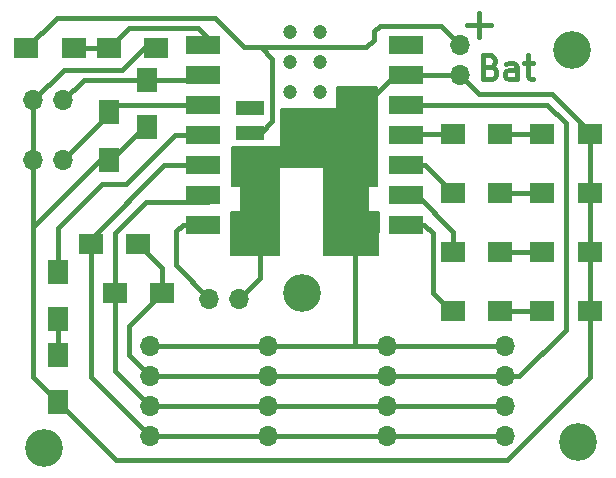
<source format=gbr>
%TF.GenerationSoftware,KiCad,Pcbnew,7.0.1*%
%TF.CreationDate,2023-04-10T02:20:08+01:00*%
%TF.ProjectId,FinalProject_Motherboard_ESP32-Xiao,46696e61-6c50-4726-9f6a-6563745f4d6f,rev?*%
%TF.SameCoordinates,Original*%
%TF.FileFunction,Copper,L1,Top*%
%TF.FilePolarity,Positive*%
%FSLAX46Y46*%
G04 Gerber Fmt 4.6, Leading zero omitted, Abs format (unit mm)*
G04 Created by KiCad (PCBNEW 7.0.1) date 2023-04-10 02:20:08*
%MOMM*%
%LPD*%
G01*
G04 APERTURE LIST*
%TA.AperFunction,NonConductor*%
%ADD10C,0.400000*%
%TD*%
%ADD11C,0.400000*%
%TA.AperFunction,NonConductor*%
%ADD12C,0.200000*%
%TD*%
%TA.AperFunction,SMDPad,CuDef*%
%ADD13R,2.000000X1.700000*%
%TD*%
%TA.AperFunction,ComponentPad*%
%ADD14C,3.200000*%
%TD*%
%TA.AperFunction,ComponentPad*%
%ADD15O,1.700000X1.700000*%
%TD*%
%TA.AperFunction,SMDPad,CuDef*%
%ADD16R,1.700000X2.000000*%
%TD*%
%TA.AperFunction,SMDPad,CuDef*%
%ADD17R,3.000000X1.600000*%
%TD*%
%TA.AperFunction,SMDPad,CuDef*%
%ADD18R,2.400000X1.200000*%
%TD*%
%TA.AperFunction,SMDPad,CuDef*%
%ADD19C,1.200000*%
%TD*%
%TA.AperFunction,SMDPad,CuDef*%
%ADD20R,3.000000X3.000000*%
%TD*%
%TA.AperFunction,Conductor*%
%ADD21C,0.400000*%
%TD*%
G04 APERTURE END LIST*
D10*
X149330000Y-58460000D02*
X149330000Y-56460000D01*
X148330000Y-57460000D02*
X150330000Y-57460000D01*
D11*
D10*
X150302857Y-60977619D02*
X150588571Y-61072857D01*
X150588571Y-61072857D02*
X150683809Y-61168095D01*
X150683809Y-61168095D02*
X150779047Y-61358571D01*
X150779047Y-61358571D02*
X150779047Y-61644285D01*
X150779047Y-61644285D02*
X150683809Y-61834761D01*
X150683809Y-61834761D02*
X150588571Y-61930000D01*
X150588571Y-61930000D02*
X150398095Y-62025238D01*
X150398095Y-62025238D02*
X149636190Y-62025238D01*
X149636190Y-62025238D02*
X149636190Y-60025238D01*
X149636190Y-60025238D02*
X150302857Y-60025238D01*
X150302857Y-60025238D02*
X150493333Y-60120476D01*
X150493333Y-60120476D02*
X150588571Y-60215714D01*
X150588571Y-60215714D02*
X150683809Y-60406190D01*
X150683809Y-60406190D02*
X150683809Y-60596666D01*
X150683809Y-60596666D02*
X150588571Y-60787142D01*
X150588571Y-60787142D02*
X150493333Y-60882380D01*
X150493333Y-60882380D02*
X150302857Y-60977619D01*
X150302857Y-60977619D02*
X149636190Y-60977619D01*
X152493333Y-62025238D02*
X152493333Y-60977619D01*
X152493333Y-60977619D02*
X152398095Y-60787142D01*
X152398095Y-60787142D02*
X152207619Y-60691904D01*
X152207619Y-60691904D02*
X151826666Y-60691904D01*
X151826666Y-60691904D02*
X151636190Y-60787142D01*
X152493333Y-61930000D02*
X152302857Y-62025238D01*
X152302857Y-62025238D02*
X151826666Y-62025238D01*
X151826666Y-62025238D02*
X151636190Y-61930000D01*
X151636190Y-61930000D02*
X151540952Y-61739523D01*
X151540952Y-61739523D02*
X151540952Y-61549047D01*
X151540952Y-61549047D02*
X151636190Y-61358571D01*
X151636190Y-61358571D02*
X151826666Y-61263333D01*
X151826666Y-61263333D02*
X152302857Y-61263333D01*
X152302857Y-61263333D02*
X152493333Y-61168095D01*
X153160000Y-60691904D02*
X153921904Y-60691904D01*
X153445714Y-60025238D02*
X153445714Y-61739523D01*
X153445714Y-61739523D02*
X153540952Y-61930000D01*
X153540952Y-61930000D02*
X153731428Y-62025238D01*
X153731428Y-62025238D02*
X153921904Y-62025238D01*
D12*
X140710000Y-71060000D02*
X139945000Y-71060000D01*
X139945000Y-73260000D01*
X140810000Y-73260000D01*
X140800000Y-76930000D01*
X136155000Y-76930000D01*
X136170000Y-69460000D01*
X132400000Y-69450000D01*
X132405000Y-76930000D01*
X128290000Y-76930000D01*
X128290000Y-73260000D01*
X129145000Y-73260000D01*
X129145000Y-71060000D01*
X128370000Y-71060000D01*
X128380000Y-67740000D01*
X132510000Y-67740000D01*
X132510000Y-64550000D01*
X137310000Y-64550000D01*
X137310000Y-62690000D01*
X140710000Y-62690000D01*
X140710000Y-71060000D01*
%TA.AperFunction,NonConductor*%
G36*
X140710000Y-71060000D02*
G01*
X139945000Y-71060000D01*
X139945000Y-73260000D01*
X140810000Y-73260000D01*
X140800000Y-76930000D01*
X136155000Y-76930000D01*
X136170000Y-69460000D01*
X132400000Y-69450000D01*
X132405000Y-76930000D01*
X128290000Y-76930000D01*
X128290000Y-73260000D01*
X129145000Y-73260000D01*
X129145000Y-71060000D01*
X128370000Y-71060000D01*
X128380000Y-67740000D01*
X132510000Y-67740000D01*
X132510000Y-64550000D01*
X137310000Y-64550000D01*
X137310000Y-62690000D01*
X140710000Y-62690000D01*
X140710000Y-71060000D01*
G37*
%TD.AperFunction*%
D13*
%TO.P,R_Led5,1*%
%TO.N,/Led5*%
X147130000Y-66690000D03*
%TO.P,R_Led5,2*%
%TO.N,Net-(Led5-A)*%
X151130000Y-66690000D03*
%TD*%
%TO.P,R_Led3,1*%
%TO.N,/Led3*%
X147130000Y-76685000D03*
%TO.P,R_Led3,2*%
%TO.N,Net-(Led3-A)*%
X151130000Y-76685000D03*
%TD*%
D14*
%TO.P,REF\u002A\u002A,*%
%TO.N,*%
X112450000Y-93240000D03*
%TD*%
D15*
%TO.P,Conn_Buzzer1,1,Pin_1*%
%TO.N,/Buzzer*%
X126490000Y-80610000D03*
%TO.P,Conn_Buzzer1,2,Pin_2*%
%TO.N,PWR_GND*%
X129030000Y-80610000D03*
%TD*%
D16*
%TO.P,Led1,1,K*%
%TO.N,PWR_GND*%
X113670000Y-89360000D03*
%TO.P,Led1,2,A*%
%TO.N,Net-(Led1-A)*%
X113670000Y-85360000D03*
%TD*%
D13*
%TO.P,Led4,1,K*%
%TO.N,PWR_GND*%
X158680000Y-71672500D03*
%TO.P,Led4,2,A*%
%TO.N,Net-(Led4-A)*%
X154680000Y-71672500D03*
%TD*%
%TO.P,R_Battery+1,1*%
%TO.N,/BatteryCharge*%
X115000000Y-59420000D03*
%TO.P,R_Battery+1,2*%
%TO.N,/Battery+*%
X111000000Y-59420000D03*
%TD*%
D14*
%TO.P,REF\u002A\u002A,*%
%TO.N,*%
X157190000Y-59570000D03*
%TD*%
D15*
%TO.P,I2C_3,1,Pin_1*%
%TO.N,/SDA*%
X131490000Y-92280000D03*
%TO.P,I2C_3,2,Pin_2*%
%TO.N,/SCL*%
X131490000Y-89740000D03*
%TO.P,I2C_3,3,Pin_3*%
%TO.N,/3.3V*%
X131490000Y-87200000D03*
%TO.P,I2C_3,4,Pin_4*%
%TO.N,PWR_GND*%
X131490000Y-84660000D03*
%TD*%
D13*
%TO.P,Led5,1,K*%
%TO.N,PWR_GND*%
X158680000Y-66670000D03*
%TO.P,Led5,2,A*%
%TO.N,Net-(Led5-A)*%
X154680000Y-66670000D03*
%TD*%
%TO.P,SDA_PullUp1,1*%
%TO.N,/SDA*%
X116430000Y-75980000D03*
%TO.P,SDA_PullUp1,2*%
%TO.N,/3.3V*%
X120430000Y-75980000D03*
%TD*%
%TO.P,SCL_PullUp1,1*%
%TO.N,/3.3V*%
X122510000Y-80180000D03*
%TO.P,SCL_PullUp1,2*%
%TO.N,/SCL*%
X118510000Y-80180000D03*
%TD*%
D15*
%TO.P,Conn_Battery1,1,Pin_1*%
%TO.N,/Battery+*%
X147665000Y-59140000D03*
%TO.P,Conn_Battery1,2,Pin_2*%
%TO.N,PWR_GND*%
X147665000Y-61680000D03*
%TD*%
D13*
%TO.P,R_Led2,1*%
%TO.N,/Led2*%
X147130000Y-81685000D03*
%TO.P,R_Led2,2*%
%TO.N,Net-(Led2-A)*%
X151130000Y-81685000D03*
%TD*%
%TO.P,R_Battery-1,1*%
%TO.N,/BatteryCharge*%
X118000000Y-59420000D03*
%TO.P,R_Battery-1,2*%
%TO.N,PWR_GND*%
X122000000Y-59420000D03*
%TD*%
%TO.P,Led3,1,K*%
%TO.N,PWR_GND*%
X158680000Y-76675000D03*
%TO.P,Led3,2,A*%
%TO.N,Net-(Led3-A)*%
X154680000Y-76675000D03*
%TD*%
D16*
%TO.P,Button1PullDown2,1*%
%TO.N,/Remote_2*%
X117990000Y-64850000D03*
%TO.P,Button1PullDown2,2*%
%TO.N,PWR_GND*%
X117990000Y-68850000D03*
%TD*%
D15*
%TO.P,I2C_2,1,Pin_1*%
%TO.N,/SDA*%
X141490000Y-92280000D03*
%TO.P,I2C_2,2,Pin_2*%
%TO.N,/SCL*%
X141490000Y-89740000D03*
%TO.P,I2C_2,3,Pin_3*%
%TO.N,/3.3V*%
X141490000Y-87200000D03*
%TO.P,I2C_2,4,Pin_4*%
%TO.N,PWR_GND*%
X141490000Y-84660000D03*
%TD*%
%TO.P,I2C_4,1,Pin_1*%
%TO.N,/SDA*%
X121490000Y-92280000D03*
%TO.P,I2C_4,2,Pin_2*%
%TO.N,/SCL*%
X121490000Y-89740000D03*
%TO.P,I2C_4,3,Pin_3*%
%TO.N,/3.3V*%
X121490000Y-87200000D03*
%TO.P,I2C_4,4,Pin_4*%
%TO.N,PWR_GND*%
X121490000Y-84660000D03*
%TD*%
D16*
%TO.P,R_Led1,1*%
%TO.N,/Led1*%
X113670000Y-78330000D03*
%TO.P,R_Led1,2*%
%TO.N,Net-(Led1-A)*%
X113670000Y-82330000D03*
%TD*%
D14*
%TO.P,REF\u002A\u002A,*%
%TO.N,*%
X134290000Y-80140000D03*
%TD*%
D13*
%TO.P,R_Led4,1*%
%TO.N,/Led4*%
X147130000Y-71687500D03*
%TO.P,R_Led4,2*%
%TO.N,Net-(Led4-A)*%
X151130000Y-71687500D03*
%TD*%
%TO.P,Led2,1,K*%
%TO.N,PWR_GND*%
X158680000Y-81680000D03*
%TO.P,Led2,2,A*%
%TO.N,Net-(Led2-A)*%
X154680000Y-81680000D03*
%TD*%
D15*
%TO.P,Button_Remote2,1,Pin_1*%
%TO.N,/Remote_2*%
X114120000Y-68840000D03*
%TO.P,Button_Remote2,2,Pin_2*%
%TO.N,PWR_GND*%
X111580000Y-68840000D03*
%TD*%
D14*
%TO.P,REF\u002A\u002A,*%
%TO.N,*%
X157710000Y-92750000D03*
%TD*%
D15*
%TO.P,I2C_1,1,Pin_1*%
%TO.N,/SDA*%
X151490000Y-92280000D03*
%TO.P,I2C_1,2,Pin_2*%
%TO.N,/SCL*%
X151490000Y-89740000D03*
%TO.P,I2C_1,3,Pin_3*%
%TO.N,/3.3V*%
X151490000Y-87200000D03*
%TO.P,I2C_1,4,Pin_4*%
%TO.N,PWR_GND*%
X151490000Y-84660000D03*
%TD*%
D16*
%TO.P,Button1PullDown1,1*%
%TO.N,/Remote_1*%
X121170000Y-62080000D03*
%TO.P,Button1PullDown1,2*%
%TO.N,PWR_GND*%
X121170000Y-66080000D03*
%TD*%
D17*
%TO.P,M1,1,D0*%
%TO.N,/BatteryCharge*%
X125930000Y-59140000D03*
%TO.P,M1,2,D1*%
%TO.N,/Remote_1*%
X125930000Y-61680000D03*
%TO.P,M1,3,D2*%
%TO.N,/Remote_2*%
X125930000Y-64220000D03*
%TO.P,M1,4,D3*%
%TO.N,/Led1*%
X125930000Y-66760000D03*
%TO.P,M1,5,D4*%
%TO.N,/SDA*%
X125930000Y-69300000D03*
%TO.P,M1,6,D5*%
%TO.N,/SCL*%
X125930000Y-71840000D03*
%TO.P,M1,7,D6*%
%TO.N,/Buzzer*%
X125930000Y-74380000D03*
%TO.P,M1,8,D7*%
%TO.N,/Led2*%
X143165000Y-74380000D03*
%TO.P,M1,9,D8*%
%TO.N,/Led3*%
X143165000Y-71840000D03*
%TO.P,M1,10,D9*%
%TO.N,/Led4*%
X143165000Y-69300000D03*
%TO.P,M1,11,D10*%
%TO.N,/Led5*%
X143165000Y-66760000D03*
%TO.P,M1,12,3V3*%
%TO.N,/3.3V*%
X143165000Y-64220000D03*
%TO.P,M1,13,GND*%
%TO.N,PWR_GND*%
X143165000Y-61680000D03*
%TO.P,M1,14,5V*%
%TO.N,unconnected-(M1-5V-Pad14)*%
X143165000Y-59140000D03*
D18*
%TO.P,M1,15,BAT_GND*%
%TO.N,PWR_GND*%
X129945000Y-64460000D03*
%TO.P,M1,16,BAT_VIN*%
%TO.N,/Battery+*%
X129945000Y-66560000D03*
D19*
%TO.P,M1,17,MTDI*%
%TO.N,unconnected-(M1-MTDI-Pad17)*%
X133275000Y-58080000D03*
%TO.P,M1,18,EN*%
%TO.N,unconnected-(M1-EN-Pad18)*%
X133275000Y-60620000D03*
%TO.P,M1,19,MTMS*%
%TO.N,unconnected-(M1-MTMS-Pad19)*%
X133275000Y-63160000D03*
%TO.P,M1,20,MTCK*%
%TO.N,unconnected-(M1-MTCK-Pad20)*%
X135815000Y-63160000D03*
%TO.P,M1,21,GND*%
%TO.N,PWR_GND*%
X135815000Y-60620000D03*
%TO.P,M1,22,MTDO*%
%TO.N,unconnected-(M1-MTDO-Pad22)*%
X135815000Y-58080000D03*
D20*
%TO.P,M1,23,THERMAL*%
%TO.N,PWR_GND*%
X137045000Y-67510000D03*
%TD*%
D15*
%TO.P,Button_Remote1,1,Pin_1*%
%TO.N,/Remote_1*%
X114120000Y-63840000D03*
%TO.P,Button_Remote1,2,Pin_2*%
%TO.N,PWR_GND*%
X111580000Y-63840000D03*
%TD*%
D21*
%TO.N,PWR_GND*%
X138840000Y-84660000D02*
X151490000Y-84660000D01*
X138840000Y-69305000D02*
X138840000Y-84660000D01*
X137045000Y-67510000D02*
X138840000Y-69305000D01*
X130740000Y-78900000D02*
X129030000Y-80610000D01*
X130740000Y-70120050D02*
X130740000Y-78900000D01*
%TO.N,/Buzzer*%
X123660000Y-77780000D02*
X126490000Y-80610000D01*
X124210000Y-74380000D02*
X123660000Y-74930000D01*
X126930000Y-74380000D02*
X124210000Y-74380000D01*
X123660000Y-74930000D02*
X123660000Y-77780000D01*
%TO.N,/Battery+*%
X113560000Y-56860000D02*
X126940000Y-56860000D01*
X130824950Y-59350000D02*
X129430000Y-59350000D01*
X129430000Y-59350000D02*
X126940000Y-56860000D01*
X111000000Y-59420000D02*
X113560000Y-56860000D01*
X140445000Y-57985000D02*
X140890000Y-57540000D01*
X140445000Y-58685000D02*
X140445000Y-57985000D01*
X139780000Y-59350000D02*
X140445000Y-58685000D01*
X146065000Y-57540000D02*
X147665000Y-59140000D01*
X130824950Y-59350000D02*
X139780000Y-59350000D01*
X140890000Y-57540000D02*
X146065000Y-57540000D01*
%TO.N,PWR_GND*%
X155460000Y-63320000D02*
X158680000Y-66540000D01*
X158680000Y-66540000D02*
X158680000Y-66670000D01*
X147665000Y-61680000D02*
X149305000Y-63320000D01*
X149305000Y-63320000D02*
X155460000Y-63320000D01*
%TO.N,/3.3V*%
X152692081Y-87200000D02*
X151490000Y-87200000D01*
X155087914Y-64220000D02*
X156650000Y-65782086D01*
X142165000Y-64220000D02*
X155087914Y-64220000D01*
X156650000Y-65782086D02*
X156650000Y-83242081D01*
X156650000Y-83242081D02*
X152692081Y-87200000D01*
%TO.N,PWR_GND*%
X142165000Y-61680000D02*
X147665000Y-61680000D01*
X117260000Y-68850000D02*
X117990000Y-68850000D01*
X114170000Y-61250000D02*
X119080000Y-61250000D01*
X111580000Y-87270000D02*
X113670000Y-89360000D01*
X130740000Y-70120050D02*
X133350050Y-67510000D01*
X111700000Y-74410000D02*
X117260000Y-68850000D01*
X118550000Y-94240000D02*
X151722032Y-94240000D01*
X121490000Y-84660000D02*
X131490000Y-84660000D01*
X120910000Y-59420000D02*
X122000000Y-59420000D01*
X111580000Y-74410000D02*
X111700000Y-74410000D01*
X142165000Y-61680000D02*
X137045000Y-66800000D01*
X118180000Y-68850000D02*
X120950000Y-66080000D01*
X158680000Y-87282032D02*
X151722032Y-94240000D01*
X141490000Y-84660000D02*
X151490000Y-84660000D01*
X137045000Y-66800000D02*
X137045000Y-67510000D01*
X158680000Y-81680000D02*
X158680000Y-87282032D01*
X111580000Y-63840000D02*
X111580000Y-68840000D01*
X111580000Y-63840000D02*
X114170000Y-61250000D01*
X111580000Y-74410000D02*
X111580000Y-87270000D01*
X117990000Y-68850000D02*
X118180000Y-68850000D01*
X158680000Y-81680000D02*
X158680000Y-76675000D01*
X113670000Y-89360000D02*
X118550000Y-94240000D01*
X111580000Y-68840000D02*
X111580000Y-74410000D01*
X137045000Y-67510000D02*
X133350050Y-67510000D01*
X120950000Y-66080000D02*
X121170000Y-66080000D01*
X119080000Y-61250000D02*
X120910000Y-59420000D01*
X158680000Y-71672500D02*
X158680000Y-66670000D01*
X158680000Y-76675000D02*
X158680000Y-71672500D01*
X131490000Y-84660000D02*
X141490000Y-84660000D01*
%TO.N,/Remote_1*%
X121170000Y-62080000D02*
X115880000Y-62080000D01*
X126530000Y-62080000D02*
X121170000Y-62080000D01*
X115880000Y-62080000D02*
X114120000Y-63840000D01*
X126930000Y-61680000D02*
X126530000Y-62080000D01*
%TO.N,/Remote_2*%
X126930000Y-64220000D02*
X118620000Y-64220000D01*
X117990000Y-64970000D02*
X114120000Y-68840000D01*
X118590000Y-64490000D02*
X118470000Y-64490000D01*
X117990000Y-64850000D02*
X117990000Y-64970000D01*
X118620000Y-64220000D02*
X117990000Y-64850000D01*
%TO.N,Net-(Led1-A)*%
X113670000Y-82330000D02*
X113670000Y-85360000D01*
%TO.N,Net-(Led2-A)*%
X151130000Y-81685000D02*
X154675000Y-81685000D01*
X154675000Y-81685000D02*
X154680000Y-81680000D01*
%TO.N,Net-(Led3-A)*%
X154680000Y-76675000D02*
X151140000Y-76675000D01*
X151140000Y-76675000D02*
X151130000Y-76685000D01*
%TO.N,Net-(Led4-A)*%
X154665000Y-71687500D02*
X154680000Y-71672500D01*
X151130000Y-71687500D02*
X154665000Y-71687500D01*
%TO.N,Net-(Led5-A)*%
X154680000Y-66670000D02*
X151150000Y-66670000D01*
X151150000Y-66670000D02*
X151130000Y-66690000D01*
%TO.N,/Led1*%
X117370000Y-70950000D02*
X113670000Y-74650000D01*
X119410000Y-70950000D02*
X117370000Y-70950000D01*
X126930000Y-66760000D02*
X123600000Y-66760000D01*
X113670000Y-74650000D02*
X113670000Y-78330000D01*
X123600000Y-66760000D02*
X119410000Y-70950000D01*
%TO.N,/Led2*%
X146955000Y-81685000D02*
X145380000Y-80110000D01*
X144670000Y-74380000D02*
X142165000Y-74380000D01*
X147130000Y-81685000D02*
X146955000Y-81685000D01*
X145380000Y-75090000D02*
X144670000Y-74380000D01*
X145380000Y-80110000D02*
X145380000Y-75090000D01*
%TO.N,/Led3*%
X142165000Y-71840000D02*
X144032500Y-71840000D01*
X144032500Y-71840000D02*
X147130000Y-74937500D01*
X147130000Y-74937500D02*
X147130000Y-76685000D01*
%TO.N,/SCL*%
X126340000Y-72430000D02*
X121130000Y-72430000D01*
X121130000Y-72430000D02*
X118510000Y-75050000D01*
X118510000Y-75050000D02*
X118510000Y-80180000D01*
X121490000Y-89740000D02*
X131490000Y-89740000D01*
X131490000Y-89740000D02*
X141490000Y-89740000D01*
X141490000Y-89740000D02*
X151490000Y-89740000D01*
X126930000Y-71840000D02*
X126340000Y-72430000D01*
X118510000Y-86760000D02*
X121490000Y-89740000D01*
X118510000Y-80180000D02*
X118510000Y-86760000D01*
%TO.N,/3.3V*%
X119720000Y-82970000D02*
X122510000Y-80180000D01*
X141490000Y-87200000D02*
X151490000Y-87200000D01*
X119720000Y-85430000D02*
X119720000Y-82970000D01*
X122510000Y-80180000D02*
X122510000Y-78060000D01*
X131490000Y-87200000D02*
X141490000Y-87200000D01*
X121490000Y-87200000D02*
X131490000Y-87200000D01*
X121490000Y-87200000D02*
X119720000Y-85430000D01*
X122510000Y-78060000D02*
X120430000Y-75980000D01*
%TO.N,/SDA*%
X131490000Y-92280000D02*
X141490000Y-92280000D01*
X122670000Y-69300000D02*
X126930000Y-69300000D01*
X116430000Y-87220000D02*
X121490000Y-92280000D01*
X141490000Y-92280000D02*
X151490000Y-92280000D01*
X116430000Y-75980000D02*
X116430000Y-87220000D01*
X116430000Y-75540000D02*
X122670000Y-69300000D01*
X121490000Y-92280000D02*
X131490000Y-92280000D01*
X116430000Y-75980000D02*
X116430000Y-75540000D01*
%TO.N,/BatteryCharge*%
X126930000Y-59140000D02*
X125530000Y-57740000D01*
X118000000Y-59420000D02*
X115000000Y-59420000D01*
X119680000Y-57740000D02*
X118000000Y-59420000D01*
X125530000Y-57740000D02*
X119680000Y-57740000D01*
%TO.N,/Battery+*%
X130850000Y-66560000D02*
X129945000Y-66560000D01*
X131810000Y-60335050D02*
X130824950Y-59350000D01*
X131810000Y-60335050D02*
X131810000Y-65600000D01*
X131810000Y-65600000D02*
X130850000Y-66560000D01*
%TO.N,/Led4*%
X144742500Y-69300000D02*
X147130000Y-71687500D01*
X142165000Y-69300000D02*
X144742500Y-69300000D01*
%TO.N,/Led5*%
X142235000Y-66690000D02*
X142165000Y-66760000D01*
X147130000Y-66690000D02*
X142235000Y-66690000D01*
%TD*%
M02*

</source>
